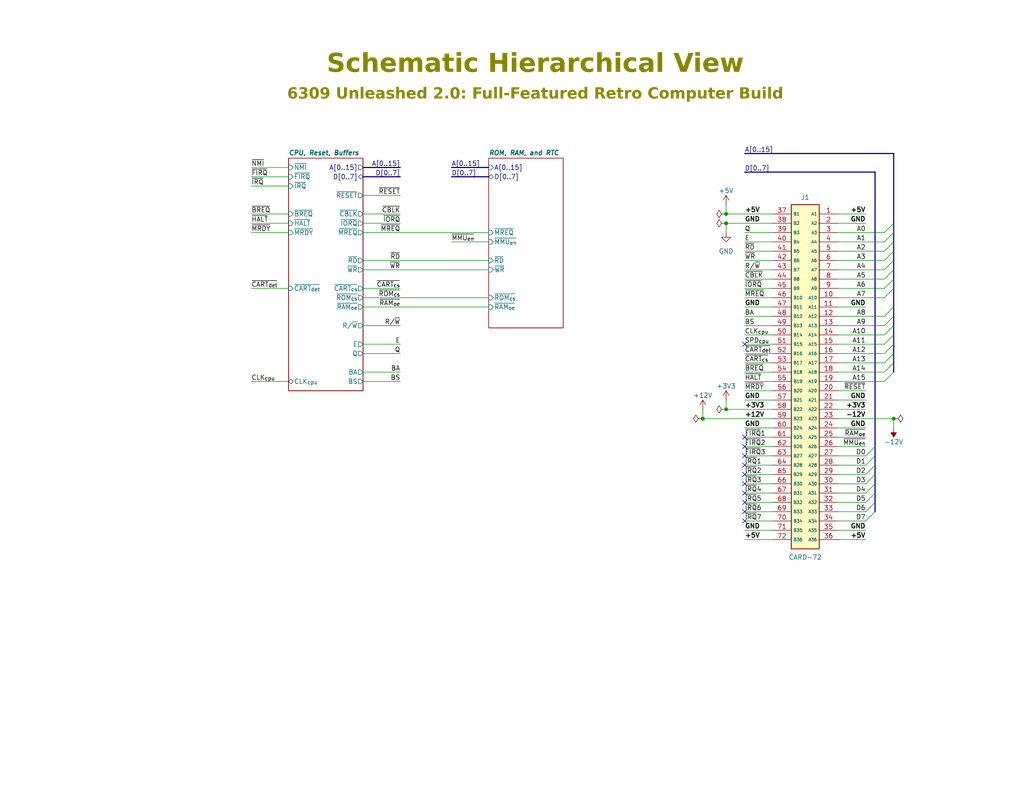
<source format=kicad_sch>
(kicad_sch (version 20250114) (generator "eeschema") (generator_version "9.0")
  (paper "USLetter")
  (title_block (title "The CPU Card") (date "2026-02-28") (rev "2.1") (company "MicroHobbyist") (comment 1 "Frédéric Segard"))
  (lib_symbols
    (symbol "MicroHobbyist:72-pin_Card_Edge_(PCB)"
      (property "Reference" "J" (at 0 1.27 0))
      (property "Value" "CARD-72" (at 0 -95.25 0))
      (symbol "72-pin_Card_Edge_(PCB)_1_1"
        (rectangle (start -3.81 0) (end 3.81 -93.98) (stroke (width 0.254)) (fill (type background)))
        (pin passive line (at -8.89 -2.54 0) (length 5.08) (name "B1") (number "37"))
        (pin passive line (at -8.89 -5.08 0) (length 5.08) (name "B2") (number "38"))
        (pin passive line (at -8.89 -7.62 0) (length 5.08) (name "B3") (number "39"))
        (pin passive line (at -8.89 -10.16 0) (length 5.08) (name "B4") (number "40"))
        (pin passive line (at -8.89 -12.7 0) (length 5.08) (name "B5") (number "41"))
        (pin passive line (at -8.89 -15.24 0) (length 5.08) (name "B6") (number "42"))
        (pin passive line (at -8.89 -17.78 0) (length 5.08) (name "B7") (number "43"))
        (pin passive line (at -8.89 -20.32 0) (length 5.08) (name "B8") (number "44"))
        (pin passive line (at -8.89 -22.86 0) (length 5.08) (name "B9") (number "45"))
        (pin passive line (at -8.89 -25.4 0) (length 5.08) (name "B10") (number "46"))
        (pin passive line (at -8.89 -27.94 0) (length 5.08) (name "B11") (number "47"))
        (pin passive line (at -8.89 -30.48 0) (length 5.08) (name "B12") (number "48"))
        (pin passive line (at -8.89 -33.02 0) (length 5.08) (name "B13") (number "49"))
        (pin passive line (at -8.89 -35.56 0) (length 5.08) (name "B14") (number "50"))
        (pin passive line (at -8.89 -38.1 0) (length 5.08) (name "B15") (number "51"))
        (pin passive line (at -8.89 -40.64 0) (length 5.08) (name "B16") (number "52"))
        (pin passive line (at -8.89 -43.18 0) (length 5.08) (name "B17") (number "53"))
        (pin passive line (at -8.89 -45.72 0) (length 5.08) (name "B18") (number "54"))
        (pin passive line (at -8.89 -48.26 0) (length 5.08) (name "B19") (number "55"))
        (pin passive line (at -8.89 -50.8 0) (length 5.08) (name "B20") (number "56"))
        (pin passive line (at -8.89 -53.34 0) (length 5.08) (name "B21") (number "57"))
        (pin passive line (at -8.89 -55.88 0) (length 5.08) (name "B22") (number "58"))
        (pin passive line (at -8.89 -58.42 0) (length 5.08) (name "B23") (number "59"))
        (pin passive line (at -8.89 -60.96 0) (length 5.08) (name "B24") (number "60"))
        (pin passive line (at -8.89 -63.5 0) (length 5.08) (name "B25") (number "61"))
        (pin passive line (at -8.89 -66.04 0) (length 5.08) (name "B26") (number "62"))
        (pin passive line (at -8.89 -68.58 0) (length 5.08) (name "B27") (number "63"))
        (pin passive line (at -8.89 -71.12 0) (length 5.08) (name "B28") (number "64"))
        (pin passive line (at -8.89 -73.66 0) (length 5.08) (name "B29") (number "65"))
        (pin passive line (at -8.89 -76.2 0) (length 5.08) (name "B30") (number "66"))
        (pin passive line (at -8.89 -78.74 0) (length 5.08) (name "B31") (number "67"))
        (pin passive line (at -8.89 -81.28 0) (length 5.08) (name "B32") (number "68"))
        (pin passive line (at -8.89 -83.82 0) (length 5.08) (name "B33") (number "69"))
        (pin passive line (at -8.89 -86.36 0) (length 5.08) (name "B34") (number "70"))
        (pin passive line (at -8.89 -88.9 0) (length 5.08) (name "B35") (number "71"))
        (pin passive line (at -8.89 -91.44 0) (length 5.08) (name "B36") (number "72"))
        (pin passive line (at 8.89 -2.54 180) (length 5.08) (name "A1") (number "1"))
        (pin passive line (at 8.89 -5.08 180) (length 5.08) (name "A2") (number "2"))
        (pin passive line (at 8.89 -7.62 180) (length 5.08) (name "A3") (number "3"))
        (pin passive line (at 8.89 -10.16 180) (length 5.08) (name "A4") (number "4"))
        (pin passive line (at 8.89 -12.7 180) (length 5.08) (name "A5") (number "5"))
        (pin passive line (at 8.89 -15.24 180) (length 5.08) (name "A6") (number "6"))
        (pin passive line (at 8.89 -17.78 180) (length 5.08) (name "A7") (number "7"))
        (pin passive line (at 8.89 -20.32 180) (length 5.08) (name "A8") (number "8"))
        (pin passive line (at 8.89 -22.86 180) (length 5.08) (name "A9") (number "9"))
        (pin passive line (at 8.89 -25.4 180) (length 5.08) (name "A10") (number "10"))
        (pin passive line (at 8.89 -27.94 180) (length 5.08) (name "A11") (number "11"))
        (pin passive line (at 8.89 -30.48 180) (length 5.08) (name "A12") (number "12"))
        (pin passive line (at 8.89 -33.02 180) (length 5.08) (name "A13") (number "13"))
        (pin passive line (at 8.89 -35.56 180) (length 5.08) (name "A14") (number "14"))
        (pin passive line (at 8.89 -38.1 180) (length 5.08) (name "A15") (number "15"))
        (pin passive line (at 8.89 -40.64 180) (length 5.08) (name "A16") (number "16"))
        (pin passive line (at 8.89 -43.18 180) (length 5.08) (name "A17") (number "17"))
        (pin passive line (at 8.89 -45.72 180) (length 5.08) (name "A18") (number "18"))
        (pin passive line (at 8.89 -48.26 180) (length 5.08) (name "A19") (number "19"))
        (pin passive line (at 8.89 -50.8 180) (length 5.08) (name "A20") (number "20"))
        (pin passive line (at 8.89 -53.34 180) (length 5.08) (name "A21") (number "21"))
        (pin passive line (at 8.89 -55.88 180) (length 5.08) (name "A22") (number "22"))
        (pin passive line (at 8.89 -58.42 180) (length 5.08) (name "A23") (number "23"))
        (pin passive line (at 8.89 -60.96 180) (length 5.08) (name "A24") (number "24"))
        (pin passive line (at 8.89 -63.5 180) (length 5.08) (name "A25") (number "25"))
        (pin passive line (at 8.89 -66.04 180) (length 5.08) (name "A26") (number "26"))
        (pin passive line (at 8.89 -68.58 180) (length 5.08) (name "A27") (number "27"))
        (pin passive line (at 8.89 -71.12 180) (length 5.08) (name "A28") (number "28"))
        (pin passive line (at 8.89 -73.66 180) (length 5.08) (name "A29") (number "29"))
        (pin passive line (at 8.89 -76.2 180) (length 5.08) (name "A30") (number "30"))
        (pin passive line (at 8.89 -78.74 180) (length 5.08) (name "A31") (number "31"))
        (pin passive line (at 8.89 -81.28 180) (length 5.08) (name "A32") (number "32"))
        (pin passive line (at 8.89 -83.82 180) (length 5.08) (name "A33") (number "33"))
        (pin passive line (at 8.89 -86.36 180) (length 5.08) (name "A34") (number "34"))
        (pin passive line (at 8.89 -88.9 180) (length 5.08) (name "A35") (number "35"))
        (pin passive line (at 8.89 -91.44 180) (length 5.08) (name "A36") (number "36"))
      )
    )
    (symbol "power:+12V" (power) (pin_numbers (hide yes)) (pin_names (offset 0) (hide yes))
      (property "Value" "+12V" (at 0 3.556 0))
      (symbol "+12V_0_1"
        (polyline (pts (xy -0.762 1.27) (xy 0 2.54)))
        (polyline (pts (xy 0 2.54) (xy 0.762 1.27)))
        (polyline (pts (xy 0 0) (xy 0 2.54)))
      )
      (symbol "+12V_1_1"
        (pin power_in line (at 0 0 90) (length 0) (name "~") (number "1"))
      )
    )
    (symbol "power:+3V3" (power) (pin_numbers (hide yes)) (pin_names (offset 0) (hide yes))
      (property "Value" "+3V3" (at 0 3.556 0))
      (symbol "+3V3_0_1"
        (polyline (pts (xy -0.762 1.27) (xy 0 2.54)))
        (polyline (pts (xy 0 2.54) (xy 0.762 1.27)))
        (polyline (pts (xy 0 0) (xy 0 2.54)))
      )
      (symbol "+3V3_1_1"
        (pin power_in line (at 0 0 90) (length 0) (name "~") (number "1"))
      )
    )
    (symbol "power:+5V" (power) (pin_numbers (hide yes)) (pin_names (offset 0) (hide yes))
      (property "Value" "+5V" (at 0 3.556 0))
      (symbol "+5V_0_1"
        (polyline (pts (xy -0.762 1.27) (xy 0 2.54)))
        (polyline (pts (xy 0 2.54) (xy 0.762 1.27)))
        (polyline (pts (xy 0 0) (xy 0 2.54)))
      )
      (symbol "+5V_1_1"
        (pin power_in line (at 0 0 90) (length 0) (name "~") (number "1"))
      )
    )
    (symbol "power:-12V" (power) (pin_numbers (hide yes)) (pin_names (offset 0) (hide yes))
      (property "Value" "-12V" (at 0 3.556 0))
      (symbol "-12V_0_0"
        (pin power_in line (at 0 0 90) (length 0) (name "~") (number "1"))
      )
      (symbol "-12V_0_1"
        (polyline (pts (xy 0 0) (xy 0 1.27) (xy 0.762 1.27) (xy 0 2.54) (xy -0.762 1.27) (xy 0 1.27)) (fill (type outline)))
      )
    )
    (symbol "power:GND" (power) (pin_numbers (hide yes)) (pin_names (offset 0) (hide yes))
      (property "Value" "GND" (at 0 -3.81 0))
      (symbol "GND_0_1"
        (polyline (pts (xy 0 0) (xy 0 -1.27) (xy 1.27 -1.27) (xy 0 -2.54) (xy -1.27 -1.27) (xy 0 -1.27)))
      )
      (symbol "GND_1_1"
        (pin power_in line (at 0 0 270) (length 0) (name "~") (number "1"))
      )
    )
    (symbol "power:PWR_FLAG" (power) (pin_numbers (hide yes)) (pin_names (offset 0) (hide yes))
      (property "Value" "PWR_FLAG" (at 0 3.81 0))
      (symbol "PWR_FLAG_0_0"
        (pin power_out line (at 0 0 90) (length 0) (name "~") (number "1"))
      )
      (symbol "PWR_FLAG_0_1"
        (polyline (pts (xy 0 0) (xy 0 1.27) (xy -1.016 1.905) (xy 0 2.54) (xy 1.016 1.905) (xy 0 1.27)))
      )
    )
  )
  (text "6309 Unleashed 2.0: Full-Featured Retro Computer Build" (at 146.05 26.67 0) (effects (font (size 3.0226 3.0226) (bold yes) (italic yes))))
  (text "Schematic Hierarchical View" (at 146.05 19.05 0) (effects (font (size 5.08 5.08))))
  (junction (at 198.12 58.42))
  (junction (at 198.12 111.76))
  (junction (at 198.12 60.96))
  (junction (at 243.84 114.3))
  (junction (at 191.77 114.3))
  (no_connect (at 203.2 139.7))
  (no_connect (at 203.2 134.62))
  (no_connect (at 203.2 119.38))
  (no_connect (at 203.2 132.08))
  (no_connect (at 203.2 124.46))
  (no_connect (at 203.2 142.24))
  (no_connect (at 203.2 137.16))
  (no_connect (at 203.2 127))
  (no_connect (at 203.2 93.98))
  (no_connect (at 203.2 129.54))
  (no_connect (at 203.2 121.92))
  (bus_entry (at 236.22 139.7) (size 2.54 -2.54))
  (bus_entry (at 241.3 88.9) (size 2.54 -2.54))
  (bus_entry (at 241.3 71.12) (size 2.54 -2.54))
  (bus_entry (at 241.3 86.36) (size 2.54 -2.54))
  (bus_entry (at 241.3 68.58) (size 2.54 -2.54))
  (bus_entry (at 241.3 96.52) (size 2.54 -2.54))
  (bus_entry (at 241.3 63.5) (size 2.54 -2.54))
  (bus_entry (at 241.3 66.04) (size 2.54 -2.54))
  (bus_entry (at 236.22 129.54) (size 2.54 -2.54))
  (bus_entry (at 236.22 132.08) (size 2.54 -2.54))
  (bus_entry (at 236.22 127) (size 2.54 -2.54))
  (bus_entry (at 241.3 91.44) (size 2.54 -2.54))
  (bus_entry (at 241.3 81.28) (size 2.54 -2.54))
  (bus_entry (at 241.3 76.2) (size 2.54 -2.54))
  (bus_entry (at 241.3 93.98) (size 2.54 -2.54))
  (bus_entry (at 236.22 137.16) (size 2.54 -2.54))
  (bus_entry (at 236.22 142.24) (size 2.54 -2.54))
  (bus_entry (at 241.3 73.66) (size 2.54 -2.54))
  (bus_entry (at 241.3 101.6) (size 2.54 -2.54))
  (bus_entry (at 241.3 104.14) (size 2.54 -2.54))
  (bus_entry (at 236.22 124.46) (size 2.54 -2.54))
  (bus_entry (at 241.3 99.06) (size 2.54 -2.54))
  (bus_entry (at 241.3 78.74) (size 2.54 -2.54))
  (bus_entry (at 236.22 134.62) (size 2.54 -2.54))
  (wire (pts (xy 236.22 147.32) (xy 228.6 147.32)))
  (wire (pts (xy 228.6 109.22) (xy 236.22 109.22)))
  (wire (pts (xy 228.6 121.92) (xy 236.22 121.92)))
  (wire (pts (xy 68.58 50.8) (xy 78.74 50.8)))
  (wire (pts (xy 203.2 81.28) (xy 210.82 81.28)))
  (wire (pts (xy 99.06 63.5) (xy 133.35 63.5)))
  (wire (pts (xy 191.77 114.3) (xy 210.82 114.3)))
  (wire (pts (xy 228.6 129.54) (xy 236.22 129.54)))
  (bus (pts (xy 203.2 41.91) (xy 243.84 41.91)))
  (wire (pts (xy 228.6 114.3) (xy 243.84 114.3)))
  (wire (pts (xy 228.6 101.6) (xy 241.3 101.6)))
  (wire (pts (xy 203.2 91.44) (xy 210.82 91.44)))
  (wire (pts (xy 228.6 71.12) (xy 241.3 71.12)))
  (wire (pts (xy 99.06 83.82) (xy 133.35 83.82)))
  (bus (pts (xy 238.76 137.16) (xy 238.76 134.62)))
  (wire (pts (xy 198.12 111.76) (xy 210.82 111.76)))
  (bus (pts (xy 243.84 83.82) (xy 243.84 78.74)))
  (bus (pts (xy 243.84 71.12) (xy 243.84 68.58)))
  (wire (pts (xy 228.6 139.7) (xy 236.22 139.7)))
  (wire (pts (xy 198.12 60.96) (xy 198.12 63.5)))
  (wire (pts (xy 243.84 114.3) (xy 243.84 116.84)))
  (wire (pts (xy 203.2 86.36) (xy 210.82 86.36)))
  (bus (pts (xy 238.76 127) (xy 238.76 124.46)))
  (wire (pts (xy 99.06 71.12) (xy 133.35 71.12)))
  (wire (pts (xy 68.58 104.14) (xy 78.74 104.14)))
  (wire (pts (xy 203.2 137.16) (xy 210.82 137.16)))
  (wire (pts (xy 228.6 134.62) (xy 236.22 134.62)))
  (wire (pts (xy 228.6 93.98) (xy 241.3 93.98)))
  (wire (pts (xy 203.2 83.82) (xy 210.82 83.82)))
  (wire (pts (xy 203.2 96.52) (xy 210.82 96.52)))
  (bus (pts (xy 99.06 48.26) (xy 109.22 48.26)))
  (wire (pts (xy 203.2 124.46) (xy 210.82 124.46)))
  (wire (pts (xy 228.6 81.28) (xy 241.3 81.28)))
  (wire (pts (xy 99.06 101.6) (xy 109.22 101.6)))
  (wire (pts (xy 228.6 96.52) (xy 241.3 96.52)))
  (wire (pts (xy 203.2 134.62) (xy 210.82 134.62)))
  (wire (pts (xy 203.2 104.14) (xy 210.82 104.14)))
  (wire (pts (xy 203.2 78.74) (xy 210.82 78.74)))
  (bus (pts (xy 243.84 60.96) (xy 243.84 41.91)))
  (wire (pts (xy 228.6 137.16) (xy 236.22 137.16)))
  (wire (pts (xy 228.6 116.84) (xy 236.22 116.84)))
  (wire (pts (xy 203.2 68.58) (xy 210.82 68.58)))
  (wire (pts (xy 228.6 127) (xy 236.22 127)))
  (wire (pts (xy 203.2 73.66) (xy 210.82 73.66)))
  (wire (pts (xy 228.6 66.04) (xy 241.3 66.04)))
  (wire (pts (xy 99.06 93.98) (xy 109.22 93.98)))
  (wire (pts (xy 191.77 111.76) (xy 191.77 114.3)))
  (wire (pts (xy 236.22 60.96) (xy 228.6 60.96)))
  (wire (pts (xy 228.6 104.14) (xy 241.3 104.14)))
  (bus (pts (xy 243.84 96.52) (xy 243.84 93.98)))
  (wire (pts (xy 99.06 88.9) (xy 109.22 88.9)))
  (wire (pts (xy 203.2 109.22) (xy 210.82 109.22)))
  (bus (pts (xy 238.76 121.92) (xy 238.76 46.99)))
  (wire (pts (xy 203.2 76.2) (xy 210.82 76.2)))
  (wire (pts (xy 99.06 73.66) (xy 133.35 73.66)))
  (bus (pts (xy 243.84 88.9) (xy 243.84 86.36)))
  (wire (pts (xy 198.12 60.96) (xy 210.82 60.96)))
  (wire (pts (xy 236.22 58.42) (xy 228.6 58.42)))
  (wire (pts (xy 99.06 104.14) (xy 109.22 104.14)))
  (bus (pts (xy 243.84 86.36) (xy 243.84 83.82)))
  (bus (pts (xy 243.84 99.06) (xy 243.84 96.52)))
  (wire (pts (xy 203.2 88.9) (xy 210.82 88.9)))
  (wire (pts (xy 228.6 106.68) (xy 236.22 106.68)))
  (wire (pts (xy 203.2 116.84) (xy 210.82 116.84)))
  (bus (pts (xy 243.84 76.2) (xy 243.84 73.66)))
  (wire (pts (xy 228.6 124.46) (xy 236.22 124.46)))
  (bus (pts (xy 238.76 124.46) (xy 238.76 121.92)))
  (wire (pts (xy 228.6 63.5) (xy 241.3 63.5)))
  (wire (pts (xy 236.22 144.78) (xy 228.6 144.78)))
  (bus (pts (xy 238.76 139.7) (xy 238.76 137.16)))
  (wire (pts (xy 198.12 55.88) (xy 198.12 58.42)))
  (bus (pts (xy 243.84 93.98) (xy 243.84 91.44)))
  (wire (pts (xy 99.06 58.42) (xy 109.22 58.42)))
  (wire (pts (xy 68.58 58.42) (xy 78.74 58.42)))
  (wire (pts (xy 99.06 78.74) (xy 109.22 78.74)))
  (wire (pts (xy 203.2 71.12) (xy 210.82 71.12)))
  (bus (pts (xy 243.84 73.66) (xy 243.84 71.12)))
  (wire (pts (xy 228.6 86.36) (xy 241.3 86.36)))
  (wire (pts (xy 203.2 119.38) (xy 210.82 119.38)))
  (wire (pts (xy 228.6 132.08) (xy 236.22 132.08)))
  (wire (pts (xy 99.06 53.34) (xy 109.22 53.34)))
  (wire (pts (xy 68.58 63.5) (xy 78.74 63.5)))
  (bus (pts (xy 238.76 132.08) (xy 238.76 129.54)))
  (bus (pts (xy 243.84 91.44) (xy 243.84 88.9)))
  (wire (pts (xy 203.2 93.98) (xy 210.82 93.98)))
  (bus (pts (xy 238.76 134.62) (xy 238.76 132.08)))
  (wire (pts (xy 203.2 142.24) (xy 210.82 142.24)))
  (wire (pts (xy 203.2 147.32) (xy 210.82 147.32)))
  (wire (pts (xy 228.6 91.44) (xy 241.3 91.44)))
  (wire (pts (xy 198.12 58.42) (xy 210.82 58.42)))
  (wire (pts (xy 228.6 83.82) (xy 236.22 83.82)))
  (wire (pts (xy 68.58 45.72) (xy 78.74 45.72)))
  (wire (pts (xy 203.2 101.6) (xy 210.82 101.6)))
  (wire (pts (xy 203.2 121.92) (xy 210.82 121.92)))
  (wire (pts (xy 68.58 48.26) (xy 78.74 48.26)))
  (wire (pts (xy 99.06 60.96) (xy 109.22 60.96)))
  (wire (pts (xy 203.2 106.68) (xy 210.82 106.68)))
  (bus (pts (xy 133.35 45.72) (xy 123.19 45.72)))
  (wire (pts (xy 228.6 78.74) (xy 241.3 78.74)))
  (bus (pts (xy 243.84 78.74) (xy 243.84 76.2)))
  (wire (pts (xy 198.12 109.22) (xy 198.12 111.76)))
  (wire (pts (xy 203.2 144.78) (xy 210.82 144.78)))
  (wire (pts (xy 203.2 127) (xy 210.82 127)))
  (bus (pts (xy 243.84 66.04) (xy 243.84 63.5)))
  (wire (pts (xy 228.6 99.06) (xy 241.3 99.06)))
  (wire (pts (xy 99.06 81.28) (xy 133.35 81.28)))
  (wire (pts (xy 68.58 60.96) (xy 78.74 60.96)))
  (wire (pts (xy 228.6 76.2) (xy 241.3 76.2)))
  (bus (pts (xy 243.84 63.5) (xy 243.84 60.96)))
  (bus (pts (xy 243.84 68.58) (xy 243.84 66.04)))
  (wire (pts (xy 203.2 66.04) (xy 210.82 66.04)))
  (wire (pts (xy 203.2 139.7) (xy 210.82 139.7)))
  (wire (pts (xy 203.2 99.06) (xy 210.82 99.06)))
  (wire (pts (xy 203.2 63.5) (xy 210.82 63.5)))
  (bus (pts (xy 243.84 101.6) (xy 243.84 99.06)))
  (wire (pts (xy 203.2 132.08) (xy 210.82 132.08)))
  (wire (pts (xy 99.06 96.52) (xy 109.22 96.52)))
  (bus (pts (xy 238.76 129.54) (xy 238.76 127)))
  (bus (pts (xy 99.06 45.72) (xy 109.22 45.72)))
  (wire (pts (xy 123.19 66.04) (xy 133.35 66.04)))
  (bus (pts (xy 133.35 48.26) (xy 123.19 48.26)))
  (wire (pts (xy 68.58 78.74) (xy 78.74 78.74)))
  (wire (pts (xy 228.6 73.66) (xy 241.3 73.66)))
  (wire (pts (xy 228.6 88.9) (xy 241.3 88.9)))
  (wire (pts (xy 203.2 129.54) (xy 210.82 129.54)))
  (wire (pts (xy 228.6 68.58) (xy 241.3 68.58)))
  (wire (pts (xy 228.6 119.38) (xy 236.22 119.38)))
  (wire (pts (xy 228.6 111.76) (xy 236.22 111.76)))
  (wire (pts (xy 228.6 142.24) (xy 236.22 142.24)))
  (bus (pts (xy 203.2 46.99) (xy 238.76 46.99)))
  (label "~{MRDY}" (at 68.58 63.5 0))
  (label "~{CART_{cs}}" (at 203.2 99.06 0))
  (label "~{FIRQ}" (at 68.58 48.26 0))
  (label "~{CART_{det}}" (at 203.2 96.52 0))
  (label "~{MREQ}" (at 109.22 63.5 180))
  (label "+5V" (at 203.2 147.32 0) (effects (font (thickness 0.254) (bold yes))))
  (label "A4" (at 236.22 73.66 180))
  (label "~{HALT}" (at 203.2 104.14 0))
  (label "~{IRQ}6" (at 203.2 139.7 0))
  (label "A8" (at 236.22 86.36 180))
  (label "A[0..15]" (at 123.19 45.72 0))
  (label "~{HALT}" (at 68.58 60.96 0))
  (label "~{BREQ}" (at 68.58 58.42 0))
  (label "GND" (at 236.22 83.82 180) (effects (font (thickness 0.254) (bold yes))))
  (label "~{IRQ}2" (at 203.2 129.54 0))
  (label "D[0..7]" (at 109.22 48.26 180))
  (label "+5V" (at 203.2 58.42 0) (effects (font (thickness 0.254) (bold yes))))
  (label "~{RD}" (at 109.22 71.12 180))
  (label "+12V" (at 203.2 114.3 0) (effects (font (thickness 0.254) (bold yes))))
  (label "GND" (at 203.2 83.82 0) (effects (font (thickness 0.254) (bold yes))))
  (label "A3" (at 236.22 71.12 180))
  (label "GND" (at 236.22 109.22 180) (effects (font (thickness 0.254) (bold yes))))
  (label "GND" (at 236.22 116.84 180) (effects (font (thickness 0.254) (bold yes))))
  (label "~{RESET}" (at 109.22 53.34 180))
  (label "~{MRDY}" (at 203.2 106.68 0))
  (label "D3" (at 236.22 132.08 180))
  (label "GND" (at 236.22 60.96 180) (effects (font (thickness 0.254) (bold yes))))
  (label "A6" (at 236.22 78.74 180))
  (label "~{CBLK}" (at 203.2 76.2 0))
  (label "A14" (at 236.22 101.6 180))
  (label "BS" (at 109.22 104.14 180))
  (label "~{CART_{det}}" (at 68.58 78.74 0))
  (label "~{MREQ}" (at 203.2 81.28 0))
  (label "A11" (at 236.22 93.98 180))
  (label "D6" (at 236.22 139.7 180))
  (label "~{IRQ}3" (at 203.2 132.08 0))
  (label "+5V" (at 236.22 147.32 180) (effects (font (thickness 0.254) (bold yes))))
  (label "GND" (at 203.2 109.22 0) (effects (font (thickness 0.254) (bold yes))))
  (label "~{RD}" (at 203.2 68.58 0))
  (label "~{BREQ}" (at 203.2 101.6 0))
  (label "~{MMU_{en}}" (at 236.22 121.92 180))
  (label "A[0..15]" (at 203.2 41.91 0))
  (label "D1" (at 236.22 127 180))
  (label "D2" (at 236.22 129.54 180))
  (label "~{MMU_{en}}" (at 123.19 66.04 0))
  (label "A13" (at 236.22 99.06 180))
  (label "~{IRQ}7" (at 203.2 142.24 0))
  (label "~{IORQ}" (at 203.2 78.74 0))
  (label "~{WR}" (at 109.22 73.66 180))
  (label "A5" (at 236.22 76.2 180))
  (label "GND" (at 236.22 144.78 180) (effects (font (thickness 0.254) (bold yes))))
  (label "CLK_{cpu}" (at 203.2 91.44 0))
  (label "BA" (at 109.22 101.6 180))
  (label "~{IRQ}5" (at 203.2 137.16 0))
  (label "E" (at 109.22 93.98 180))
  (label "SPD_{cpu}" (at 203.2 93.98 0))
  (label "A0" (at 236.22 63.5 180))
  (label "GND" (at 203.2 144.78 0) (effects (font (thickness 0.254) (bold yes))))
  (label "~{IRQ}1" (at 203.2 127 0))
  (label "D[0..7]" (at 203.2 46.99 0))
  (label "~{FIRQ}2" (at 203.2 121.92 0))
  (label "~{NMI}" (at 68.58 45.72 0))
  (label "Q" (at 203.2 63.5 0))
  (label "GND" (at 203.2 116.84 0) (effects (font (thickness 0.254) (bold yes))))
  (label "~{IORQ}" (at 109.22 60.96 180))
  (label "~{IRQ}4" (at 203.2 134.62 0))
  (label "Q" (at 109.22 96.52 180))
  (label "+3V3" (at 236.22 111.76 180) (effects (font (thickness 0.254) (bold yes))))
  (label "D7" (at 236.22 142.24 180))
  (label "~{ROM_{cs}}" (at 109.22 81.28 180))
  (label "~{FIRQ}1" (at 203.2 119.38 0))
  (label "~{RESET}" (at 236.22 106.68 180))
  (label "D5" (at 236.22 137.16 180))
  (label "A[0..15]" (at 109.22 45.72 180))
  (label "-12V" (at 236.22 114.3 180) (effects (font (thickness 0.254) (bold yes))))
  (label "R{slash}~{W}" (at 203.2 73.66 0))
  (label "BA" (at 203.2 86.36 0))
  (label "~{CART_{cs}}" (at 109.22 78.74 180))
  (label "E" (at 203.2 66.04 0))
  (label "CLK_{cpu}" (at 68.58 104.14 0))
  (label "+5V" (at 236.22 58.42 180) (effects (font (thickness 0.254) (bold yes))))
  (label "A12" (at 236.22 96.52 180))
  (label "A15" (at 236.22 104.14 180))
  (label "A9" (at 236.22 88.9 180))
  (label "A1" (at 236.22 66.04 180))
  (label "~{WR}" (at 203.2 71.12 0))
  (label "~{RAM_{oe}}" (at 236.22 119.38 180))
  (label "D0" (at 236.22 124.46 180))
  (label "D4" (at 236.22 134.62 180))
  (label "~{FIRQ}3" (at 203.2 124.46 0))
  (label "A2" (at 236.22 68.58 180))
  (label "GND" (at 203.2 60.96 0) (effects (font (thickness 0.254) (bold yes))))
  (label "~{RAM_{oe}}" (at 109.22 83.82 180))
  (label "A10" (at 236.22 91.44 180))
  (label "+3V3" (at 203.2 111.76 0) (effects (font (thickness 0.254) (bold yes))))
  (label "D[0..7]" (at 123.19 48.26 0))
  (label "BS" (at 203.2 88.9 0))
  (label "~{IRQ}" (at 68.58 50.8 0))
  (label "~{CBLK}" (at 109.22 58.42 180))
  (label "R{slash}~{W}" (at 109.22 88.9 180))
  (label "A7" (at 236.22 81.28 180))
  (symbol (lib_id "power:PWR_FLAG") (at 198.12 111.76 90) (unit 1)
    (property "Reference" "#FLG02" (effects (hide yes)))
    (property "Value" "PWR_FLAG" (effects (hide yes)))
    (property "Description" "Special symbol for telling ERC where power comes from" (effects (hide yes)))
  )
  (symbol (lib_id "power:GND") (at 198.12 63.5 0) (unit 1)
    (property "Reference" "#PWR02" (effects (hide yes)))
    (property "Value" "GND" (at 198.12 68.58 0))
    (property "Description" "Power symbol creates a global label with name \"GND\" , ground" (effects (hide yes)))
  )
  (symbol (lib_id "power:+12V") (at 191.77 111.76 0) (unit 1)
    (property "Reference" "#PWR04" (effects (hide yes)))
    (property "Value" "+12V" (at 191.77 107.95 0))
    (property "Description" "Power symbol creates a global label with name \"+12V\"" (effects (hide yes)))
  )
  (symbol (lib_id "power:PWR_FLAG") (at 198.12 60.96 90) (unit 1)
    (property "Reference" "#FLG05" (effects (hide yes)))
    (property "Value" "PWR_FLAG" (effects (hide yes)))
    (property "Description" "Special symbol for telling ERC where power comes from" (effects (hide yes)))
  )
  (symbol (lib_id "power:+5V") (at 198.12 55.88 0) (unit 1)
    (property "Reference" "#PWR01" (effects (hide yes)))
    (property "Value" "+5V" (at 198.12 52.07 0))
    (property "Description" "Power symbol creates a global label with name \"+5V\"" (effects (hide yes)))
  )
  (symbol (lib_id "power:+3V3") (at 198.12 109.22 0) (unit 1)
    (property "Reference" "#PWR03" (effects (hide yes)))
    (property "Value" "+3V3" (at 198.12 105.41 0))
    (property "Description" "Power symbol creates a global label with name \"+3V3\"" (effects (hide yes)))
  )
  (symbol (lib_id "power:PWR_FLAG") (at 198.12 58.42 90) (unit 1)
    (property "Reference" "#FLG01" (effects (hide yes)))
    (property "Value" "PWR_FLAG" (effects (hide yes)))
    (property "Description" "Special symbol for telling ERC where power comes from" (effects (hide yes)))
  )
  (symbol (lib_id "MicroHobbyist:72-pin_Card_Edge_(PCB)") (at 219.71 55.88 0) (unit 1)
    (property "Reference" "J1" (at 219.71 54.61 0) (effects (justify bottom)))
    (property "Value" "CARD-72" (at 219.71 152.146 0))
    (property "Footprint" "MicroHobbyist:72-pin Card Edge PCB" (effects (hide yes)))
    (property "Datasheet" "https://www.te.com/commerce/DocumentDelivery/DDEController?Action=srchrtrv&DocNm=5530843&DocType=Customer+Drawing&DocLang=English&PartCntxt=5530843-8&DocFormat=pdf" (effects (hide yes)))
    (property "Description" "Standard Card Edge Connectors CONN SEC II 72 POS 100C/L" (effects (hide yes)))
    (property "Height" "15.494" (effects (hide yes)))
    (property "Mouser Part Number" "571-5530843-8" (effects (hide yes)))
    (property "Mouser Price/Stock" "https://www.mouser.co.uk/ProductDetail/TE-Connectivity/5530843-8?qs=HSGlLeu24BMPI5BzFZaRQQ%3D%3D" (effects (hide yes)))
    (property "Manufacturer_Name" "TE Connectivity" (effects (hide yes)))
    (property "Manufacturer_Part_Number" "5530843-8" (effects (hide yes)))
  )
  (symbol (lib_id "power:PWR_FLAG") (at 243.84 114.3 270) (unit 1)
    (property "Reference" "#FLG04" (effects (hide yes)))
    (property "Value" "PWR_FLAG" (effects (hide yes)))
    (property "Description" "Special symbol for telling ERC where power comes from" (effects (hide yes)))
  )
  (symbol (lib_id "power:PWR_FLAG") (at 191.77 114.3 90) (unit 1)
    (property "Reference" "#FLG03" (effects (hide yes)))
    (property "Value" "PWR_FLAG" (effects (hide yes)))
    (property "Description" "Special symbol for telling ERC where power comes from" (effects (hide yes)))
  )
  (symbol (lib_id "power:-12V") (at 243.84 116.84 180) (unit 1)
    (property "Reference" "#PWR05" (effects (hide yes)))
    (property "Value" "-12V" (at 243.84 120.65 0))
    (property "Description" "Power symbol creates a global label with name \"-12V\"" (effects (hide yes)))
  )
  (sheet (at 133.35 43.18) (size 20.32 46.355) (stroke (width 0.1524))
    (property "Sheetname" "ROM, RAM, and RTC" (at 133.35 42.4684 0) (effects (font (thickness 0.254) (bold yes) (italic yes)) (justify left bottom)))
    (property "Sheetfile" "ROMRAM.kicad_sch" (effects (hide yes)))
    (pin "~{WR}" input (at 133.35 73.66 180))
    (pin "~{MMU_{en}}" input (at 133.35 66.04 180))
    (pin "~{RAM_{oe}}" input (at 133.35 83.82 180))
    (pin "~{MREQ}" input (at 133.35 63.5 180))
    (pin "~{ROM_{cs}}" input (at 133.35 81.28 180))
    (pin "~{RD}" input (at 133.35 71.12 180))
    (pin "D[0..7]" bidirectional (at 133.35 48.26 180))
    (pin "A[0..15]" input (at 133.35 45.72 180))
  )
  (sheet (at 78.74 43.18) (size 20.32 63.5) (stroke (width 0.1524))
    (property "Sheetname" "CPU, Reset, Buffers" (at 78.74 42.4684 0) (effects (font (thickness 0.254) (bold yes) (italic yes)) (justify left bottom)))
    (property "Sheetfile" "CPU_RESET_BUFFERS.kicad_sch" (effects (hide yes)))
    (pin "D[0..7]" bidirectional (at 99.06 48.26 0))
    (pin "~{FIRQ}" input (at 78.74 48.26 180))
    (pin "~{IRQ}" input (at 78.74 50.8 180))
    (pin "~{NMI}" input (at 78.74 45.72 180))
    (pin "E" output (at 99.06 93.98 0))
    (pin "R{slash}~{W}" output (at 99.06 88.9 0))
    (pin "Q" output (at 99.06 96.52 0))
    (pin "~{MRDY}" input (at 78.74 63.5 180))
    (pin "~{HALT}" input (at 78.74 60.96 180))
    (pin "BS" output (at 99.06 104.14 0))
    (pin "~{BREQ}" input (at 78.74 58.42 180))
    (pin "BA" output (at 99.06 101.6 0))
    (pin "~{RESET}" output (at 99.06 53.34 0))
    (pin "A[0..15]" output (at 99.06 45.72 0))
    (pin "~{CART_{cs}}" output (at 99.06 78.74 0))
    (pin "~{RD}" output (at 99.06 71.12 0))
    (pin "~{RAM_{oe}}" output (at 99.06 83.82 0))
    (pin "~{CBLK}" output (at 99.06 58.42 0))
    (pin "~{MREQ}" output (at 99.06 63.5 0))
    (pin "~{ROM_{cs}}" output (at 99.06 81.28 0))
    (pin "~{CART_{det}}" input (at 78.74 78.74 180))
    (pin "~{IORQ}" output (at 99.06 60.96 0))
    (pin "~{WR}" output (at 99.06 73.66 0))
    (pin "CLK_{cpu}" bidirectional (at 78.74 104.14 180))
  )
)
</source>
